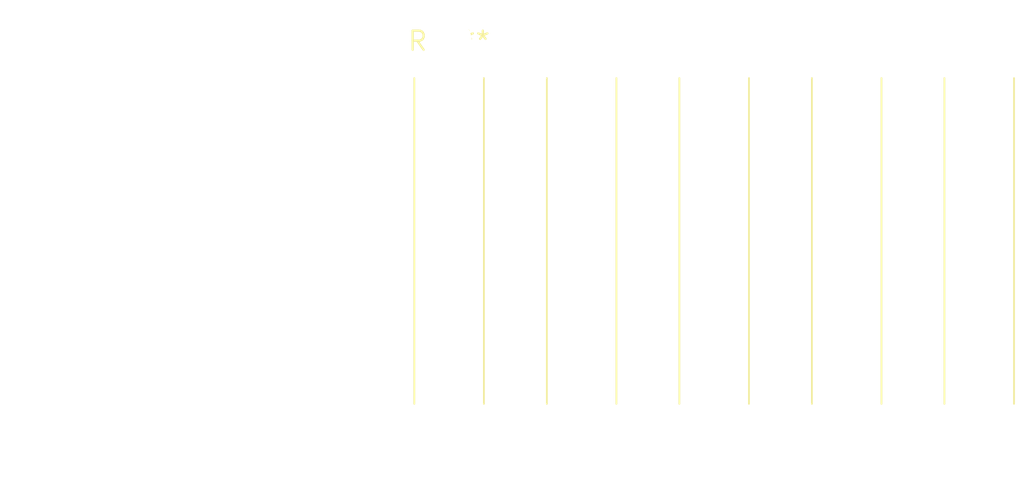
<source format=kicad_pcb>
(kicad_pcb (version 20240108) (generator pcbnew)
  (layers (0 "F.Cu" signal) (31 "B.Cu" signal) (34 "B.Paste" user) (35 "F.Paste" user) (36 "B.SilkS" user "B.Silkscreen") (37 "F.SilkS" user "F.Silkscreen") (38 "B.Mask" user) (39 "F.Mask" user) (44 "Edge.Cuts" user))
  (net 0 "")
  (footprint "SolderWire-2.5sqmm_1x05_P8.8mm_D2.4mm_OD4.4mm_Relief" (layer "F.Cu") (at 0 0)
    (property "Reference" "REF**")
    (property "Value" "SolderWire-2.5sqmm_1x05_P8.8mm_D2.4mm_OD4.4mm_Relief")
    (fp_line (start -2.31 2.46) (end -2.31 24.09) (layer "F.SilkS") (stroke (width 0.12)))
    (fp_line (start 2.31 2.46) (end 2.31 24.09) (layer "F.SilkS") (stroke (width 0.12)))
    (fp_line (start 6.49 2.46) (end 6.49 24.09) (layer "F.SilkS") (stroke (width 0.12)))
    (fp_line (start 11.11 2.46) (end 11.11 24.09) (layer "F.SilkS") (stroke (width 0.12)))
    (fp_line (start 15.29 2.46) (end 15.29 24.09) (layer "F.SilkS") (stroke (width 0.12)))
    (fp_line (start 19.91 2.46) (end 19.91 24.09) (layer "F.SilkS") (stroke (width 0.12)))
    (fp_line (start 24.09 2.46) (end 24.09 24.09) (layer "F.SilkS") (stroke (width 0.12)))
    (fp_line (start 28.71 2.46) (end 28.71 24.09) (layer "F.SilkS") (stroke (width 0.12)))
    (fp_line (start 32.89 2.46) (end 32.89 24.09) (layer "F.SilkS") (stroke (width 0.12)))
    (fp_line (start 37.51 2.46) (end 37.51 24.09) (layer "F.SilkS") (stroke (width 0.12)))
    (pad "" np_thru_hole circle (at 0 26.4) (size 4.9 4.9) (drill 4.9) (layers *.Cu *.Mask))
    (pad "" np_thru_hole circle (at 8.8 26.4) (size 4.9 4.9) (drill 4.9) (layers *.Cu *.Mask))
    (pad "" np_thru_hole circle (at 17.6 26.4) (size 4.9 4.9) (drill 4.9) (layers *.Cu *.Mask))
    (pad "" np_thru_hole circle (at 26.4 26.4) (size 4.9 4.9) (drill 4.9) (layers *.Cu *.Mask))
    (pad "" np_thru_hole circle (at 35.2 26.4) (size 4.9 4.9) (drill 4.9) (layers *.Cu *.Mask))
    (pad "1" thru_hole roundrect (at 0 0) (size 4.4 4.4) (drill 3) (layers *.Cu *.Mask) (remove_unused_layers) (roundrect_rratio 0.056818))
    (pad "2" thru_hole circle (at 8.8 0) (size 4.4 4.4) (drill 3) (layers *.Cu *.Mask) (remove_unused_layers))
    (pad "3" thru_hole circle (at 17.6 0) (size 4.4 4.4) (drill 3) (layers *.Cu *.Mask) (remove_unused_layers))
    (pad "4" thru_hole circle (at 26.4 0) (size 4.4 4.4) (drill 3) (layers *.Cu *.Mask) (remove_unused_layers))
    (pad "5" thru_hole circle (at 35.2 0) (size 4.4 4.4) (drill 3) (layers *.Cu *.Mask) (remove_unused_layers))
  )
)
</source>
